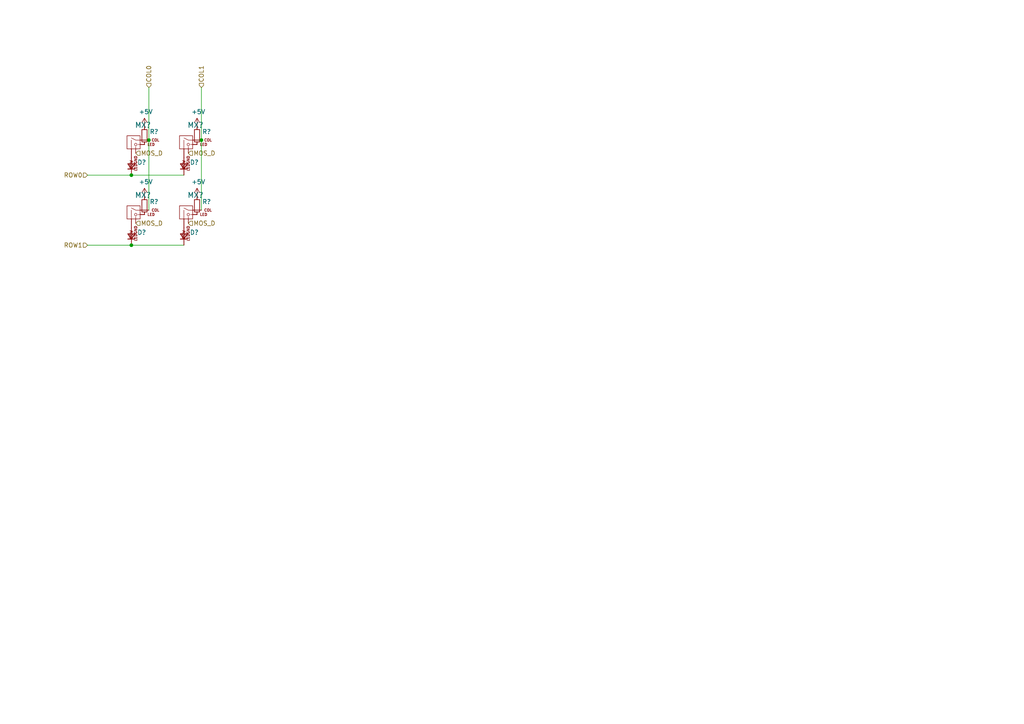
<source format=kicad_sch>
(kicad_sch (version 20211123) (generator eeschema)
  (paper "A4")
  (lib_symbols
    (symbol "Device:D_Small" (pin_numbers hide) (pin_names (offset 0.254) hide)
      (property "Reference" "D" (at -1.27 2.032 0))
      (property "Value" "D_Small" (at -3.81 -2.032 0))
      (symbol "D_Small_0_1"
        (polyline (pts (xy -0.762 -1.016) (xy -0.762 1.016)) (stroke (width 0.254)))
        (polyline (pts (xy -0.762 0) (xy 0.762 0)))
        (polyline (pts (xy 0.762 -1.016) (xy -0.762 0) (xy 0.762 1.016) (xy 0.762 -1.016)) (stroke (width 0.254)))
      )
      (symbol "D_Small_1_1"
        (pin passive line (at -2.54 0 0) (length 1.778) (name "K") (number "1"))
        (pin passive line (at 2.54 0 180) (length 1.778) (name "A") (number "2"))
      )
    )
    (symbol "Device:R_Small" (pin_numbers hide) (pin_names (offset 0.254) hide)
      (property "Reference" "R" (at 0.762 0.508 0))
      (property "Value" "R_Small" (at 0.762 -1.016 0))
      (symbol "R_Small_0_1"
        (rectangle (start -0.762 1.778) (end 0.762 -1.778) (stroke (width 0.2032)))
      )
      (symbol "R_Small_1_1"
        (pin passive line (at 0 2.54 270) (length 0.762) (name "~") (number "1"))
        (pin passive line (at 0 -2.54 90) (length 0.762) (name "~") (number "2"))
      )
    )
    (symbol "MX_Alps_Hybrid:MX-LED" (pin_names (offset 1.016))
      (property "Reference" "MX" (at -0.635 3.81 0))
      (property "Value" "MX-LED" (at -0.635 1.27 0))
      (symbol "MX-LED_0_0"
        (rectangle (start -2.54 2.54) (end 1.27 -1.27))
        (polyline (pts (xy -1.27 -1.27) (xy -1.27 1.27)) (stroke (width 0.127)))
        (polyline (pts (xy 0 -1.27) (xy 0 -0.635)) (stroke (width 0.127)))
        (polyline (pts (xy 1.27 0) (xy 0.635 0)) (stroke (width 0.127)))
        (polyline (pts (xy 1.27 1.27) (xy 0 1.27) (xy -1.27 1.905)) (stroke (width 0.127)))
        (circle (center 0 0) (radius 0.3556) (stroke (width 0.127)))
        (text "COL" (at 5.715 1.27 0) (effects (font (size 0.762 0.762) bold)))
        (text "LED" (at 4.445 0 0) (effects (font (size 0.762 0.762))))
        (text "ROW" (at -1.27 -4.445 900) (effects (font (size 0.762 0.762)) (justify right)))
      )
      (symbol "MX-LED_1_0"
        (text "LEDGND" (at 0 -3.175 900) (effects (font (size 0.762 0.762)) (justify right)))
      )
      (symbol "MX-LED_1_1"
        (pin passive line (at 3.81 1.27 180) (length 2.54) (name "COL") (number "1"))
        (pin passive line (at -1.27 -3.81 90) (length 2.54) (name "ROW") (number "2"))
        (pin input line (at 2.54 0 180) (length 1.27) (name "LED") (number "3"))
        (pin passive line (at 0 -2.54 90) (length 1.27) (name "LEDGND") (number "4"))
      )
    )
    (symbol "power:+5V" (power) (pin_names (offset 0))
      (property "Value" "+5V" (at 0 3.556 0))
      (symbol "+5V_0_1"
        (polyline (pts (xy -0.762 1.27) (xy 0 2.54)))
        (polyline (pts (xy 0 0) (xy 0 2.54)))
        (polyline (pts (xy 0 2.54) (xy 0.762 1.27)))
      )
      (symbol "+5V_1_1"
        (pin power_in line (at 0 0 90) (length 0) hide (name "+5V") (number "1"))
      )
    )
  )
  (junction (at 38.1 50.8))
  (junction (at 58.42 40.64))
  (junction (at 38.1 71.12))
  (junction (at 43.18 40.64))
  (wire (pts (xy 53.34 50.8) (xy 38.1 50.8)))
  (wire (pts (xy 38.1 71.12) (xy 25.4 71.12)))
  (wire (pts (xy 38.1 50.8) (xy 25.4 50.8)))
  (wire (pts (xy 58.42 60.96) (xy 58.42 40.64)))
  (wire (pts (xy 53.34 71.12) (xy 38.1 71.12)))
  (wire (pts (xy 43.18 40.64) (xy 43.18 25.4)))
  (wire (pts (xy 43.18 60.96) (xy 43.18 40.64)))
  (wire (pts (xy 58.42 40.64) (xy 58.42 25.4)))
  (hierarchical_label "MOS_D" (shape input) (at 39.37 64.77 0))
  (hierarchical_label "MOS_D" (shape input) (at 54.61 64.77 0))
  (hierarchical_label "ROW1" (shape input) (at 25.4 71.12 180))
  (hierarchical_label "ROW0" (shape input) (at 25.4 50.8 180))
  (hierarchical_label "COL0" (shape input) (at 43.18 25.4 90))
  (hierarchical_label "MOS_D" (shape input) (at 39.37 44.45 0))
  (hierarchical_label "COL1" (shape input) (at 58.42 25.4 90))
  (hierarchical_label "MOS_D" (shape input) (at 54.61 44.45 0))
  (symbol (lib_id "MX_Alps_Hybrid:MX-LED") (at 39.37 41.91 0) (unit 1)
    (property "Reference" "MX?" (at 41.4782 36.2712 0) (effects (font (size 1.524 1.524))))
  )
  (symbol (lib_id "Device:D_Small") (at 38.1 48.26 90) (unit 1)
    (property "Reference" "D?" (at 39.8272 47.0916 90) (effects (justify right)))
  )
  (symbol (lib_id "Device:R_Small") (at 41.91 39.37 0) (unit 1)
    (property "Reference" "R?" (at 43.4086 38.2016 0) (effects (justify left)))
  )
  (symbol (lib_id "MX_Alps_Hybrid:MX-LED") (at 54.61 41.91 0) (unit 1)
    (property "Reference" "MX?" (at 56.7182 36.2712 0) (effects (font (size 1.524 1.524))))
  )
  (symbol (lib_id "Device:D_Small") (at 53.34 48.26 90) (unit 1)
    (property "Reference" "D?" (at 55.0672 47.0916 90) (effects (justify right)))
  )
  (symbol (lib_id "Device:R_Small") (at 57.15 39.37 0) (unit 1)
    (property "Reference" "R?" (at 58.6486 38.2016 0) (effects (justify left)))
  )
  (symbol (lib_id "MX_Alps_Hybrid:MX-LED") (at 39.37 62.23 0) (unit 1)
    (property "Reference" "MX?" (at 41.4782 56.5912 0) (effects (font (size 1.524 1.524))))
  )
  (symbol (lib_id "Device:D_Small") (at 38.1 68.58 90) (unit 1)
    (property "Reference" "D?" (at 39.8272 67.4116 90) (effects (justify right)))
  )
  (symbol (lib_id "Device:R_Small") (at 41.91 59.69 0) (unit 1)
    (property "Reference" "R?" (at 43.4086 58.5216 0) (effects (justify left)))
  )
  (symbol (lib_id "MX_Alps_Hybrid:MX-LED") (at 54.61 62.23 0) (unit 1)
    (property "Reference" "MX?" (at 56.7182 56.5912 0) (effects (font (size 1.524 1.524))))
  )
  (symbol (lib_id "Device:D_Small") (at 53.34 68.58 90) (unit 1)
    (property "Reference" "D?" (at 55.0672 67.4116 90) (effects (justify right)))
  )
  (symbol (lib_id "Device:R_Small") (at 57.15 59.69 0) (unit 1)
    (property "Reference" "R?" (at 58.6486 58.5216 0) (effects (justify left)))
  )
  (symbol (lib_id "power:+5V") (at 41.91 36.83 0) (unit 1)
    (property "Reference" "#PWR?" (effects hide))
  )
  (symbol (lib_id "power:+5V") (at 57.15 36.83 0) (unit 1)
    (property "Reference" "#PWR?" (effects hide))
  )
  (symbol (lib_id "power:+5V") (at 41.91 57.15 0) (unit 1)
    (property "Reference" "#PWR?" (effects hide))
  )
  (symbol (lib_id "power:+5V") (at 57.15 57.15 0) (unit 1)
    (property "Reference" "#PWR?" (effects hide))
  )
)
</source>
